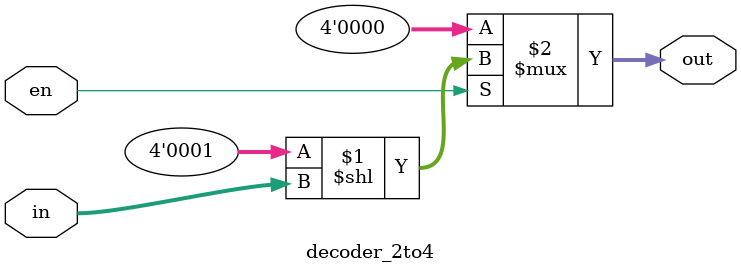
<source format=v>
`timescale 1ns / 1ps

module decoder_2to4 (
    input  wire       en,
    input  wire [1:0] in,
    output wire [3:0] out
);
    assign out = en ? (4'b0001 << in) : 4'b0000;
endmodule


</source>
